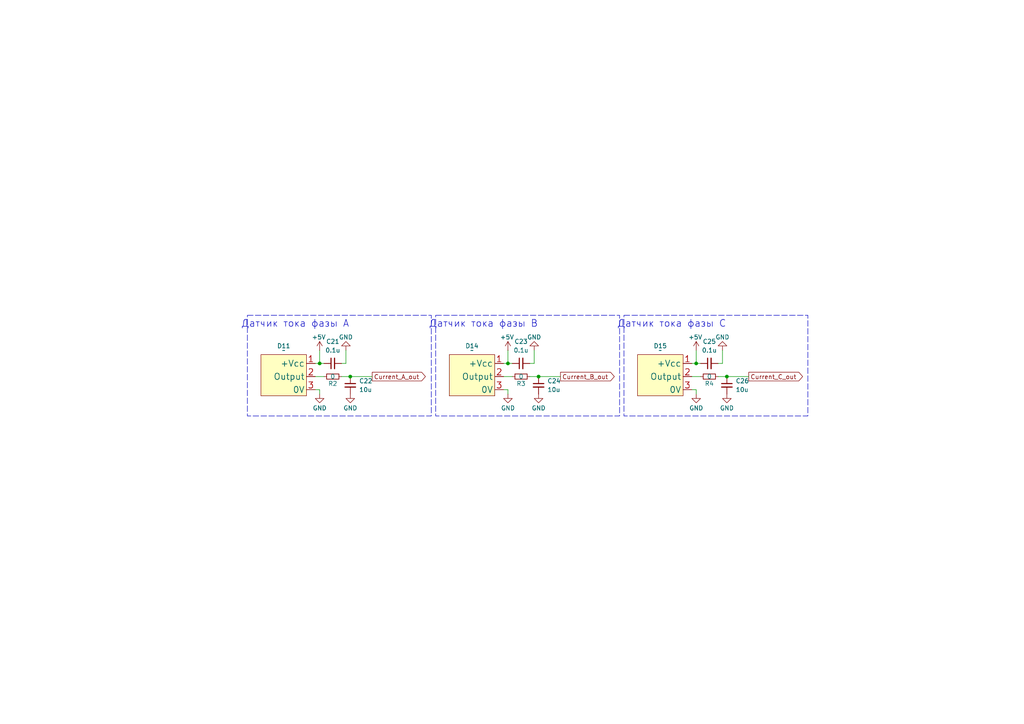
<source format=kicad_sch>
(kicad_sch (version 20231120) (generator "eeschema") (generator_version "8.0")
  (paper "A4")
  (lib_symbols
    (symbol "Device:C_Small" (pin_numbers hide) (pin_names (offset 0.254) hide)
      (property "Reference" "C" (at 0.254 1.778 0))
      (property "Value" "C_Small" (at 0.254 -2.032 0))
      (symbol "C_Small_0_1"
        (polyline (pts (xy -1.524 -0.508) (xy 1.524 -0.508)) (stroke (width 0.3302)))
        (polyline (pts (xy -1.524 0.508) (xy 1.524 0.508)) (stroke (width 0.3048)))
      )
      (symbol "C_Small_1_1"
        (pin passive line (at 0 2.54 270) (length 2.032) (name "~") (number "1"))
        (pin passive line (at 0 -2.54 90) (length 2.032) (name "~") (number "2"))
      )
    )
    (symbol "Device:R_Small" (pin_numbers hide) (pin_names (offset 0.254) hide)
      (property "Reference" "R" (at 0.762 0.508 0))
      (property "Value" "R_Small" (at 0.762 -1.016 0))
      (symbol "R_Small_0_1"
        (rectangle (start -0.762 1.778) (end 0.762 -1.778) (stroke (width 0.2032)))
      )
      (symbol "R_Small_1_1"
        (pin passive line (at 0 2.54 270) (length 0.762) (name "~") (number "1"))
        (pin passive line (at 0 -2.54 90) (length 0.762) (name "~") (number "2"))
      )
    )
    (symbol "GND_1" (power) (pin_names (offset 0))
      (property "Value" "GND" (at 0 -3.81 0))
      (symbol "GND_1_0_1"
        (polyline (pts (xy 0 0) (xy 0 -1.27) (xy 1.27 -1.27) (xy 0 -2.54) (xy -1.27 -1.27) (xy 0 -1.27)))
      )
      (symbol "GND_1_1_1"
        (pin power_in line (at 0 0 270) (length 0) hide (name "GND") (number "1"))
      )
    )
    (symbol "GND_2" (power) (pin_names (offset 0))
      (property "Value" "GND" (at 0 -3.81 0))
      (symbol "GND_2_0_1"
        (polyline (pts (xy 0 0) (xy 0 -1.27) (xy 1.27 -1.27) (xy 0 -2.54) (xy -1.27 -1.27) (xy 0 -1.27)))
      )
      (symbol "GND_2_1_1"
        (pin power_in line (at 0 0 270) (length 0) hide (name "GND") (number "1"))
      )
    )
    (symbol "GND_3" (power) (pin_names (offset 0))
      (property "Value" "GND" (at 0 -3.81 0))
      (symbol "GND_3_0_1"
        (polyline (pts (xy 0 0) (xy 0 -1.27) (xy 1.27 -1.27) (xy 0 -2.54) (xy -1.27 -1.27) (xy 0 -1.27)))
      )
      (symbol "GND_3_1_1"
        (pin power_in line (at 0 0 270) (length 0) hide (name "GND") (number "1"))
      )
    )
    (symbol "GND_4" (power) (pin_names (offset 0))
      (property "Value" "GND" (at 0 -3.81 0))
      (symbol "GND_4_0_1"
        (polyline (pts (xy 0 0) (xy 0 -1.27) (xy 1.27 -1.27) (xy 0 -2.54) (xy -1.27 -1.27) (xy 0 -1.27)))
      )
      (symbol "GND_4_1_1"
        (pin power_in line (at 0 0 270) (length 0) hide (name "GND") (number "1"))
      )
    )
    (symbol "GND_5" (power) (pin_names (offset 0))
      (property "Value" "GND" (at 0 -3.81 0))
      (symbol "GND_5_0_1"
        (polyline (pts (xy 0 0) (xy 0 -1.27) (xy 1.27 -1.27) (xy 0 -2.54) (xy -1.27 -1.27) (xy 0 -1.27)))
      )
      (symbol "GND_5_1_1"
        (pin power_in line (at 0 0 270) (length 0) hide (name "GND") (number "1"))
      )
    )
    (symbol "GND_6" (power) (pin_names (offset 0))
      (property "Value" "GND" (at 0 -3.81 0))
      (symbol "GND_6_0_1"
        (polyline (pts (xy 0 0) (xy 0 -1.27) (xy 1.27 -1.27) (xy 0 -2.54) (xy -1.27 -1.27) (xy 0 -1.27)))
      )
      (symbol "GND_6_1_1"
        (pin power_in line (at 0 0 270) (length 0) hide (name "GND") (number "1"))
      )
    )
    (symbol "GND_7" (power) (pin_names (offset 0))
      (property "Value" "GND" (at 0 -3.81 0))
      (symbol "GND_7_0_1"
        (polyline (pts (xy 0 0) (xy 0 -1.27) (xy 1.27 -1.27) (xy 0 -2.54) (xy -1.27 -1.27) (xy 0 -1.27)))
      )
      (symbol "GND_7_1_1"
        (pin power_in line (at 0 0 270) (length 0) hide (name "GND") (number "1"))
      )
    )
    (symbol "GND_8" (power) (pin_names (offset 0))
      (property "Value" "GND" (at 0 -3.81 0))
      (symbol "GND_8_0_1"
        (polyline (pts (xy 0 0) (xy 0 -1.27) (xy 1.27 -1.27) (xy 0 -2.54) (xy -1.27 -1.27) (xy 0 -1.27)))
      )
      (symbol "GND_8_1_1"
        (pin power_in line (at 0 0 270) (length 0) hide (name "GND") (number "1"))
      )
    )
    (symbol "Sensors_My:YMC15S"
      (property "Reference" "D" (at 0 2.286 0))
      (symbol "YMC15S_1_1"
        (rectangle (start -6.858 0) (end 6.35 -11.938) (fill (type background)))
        (pin input line (at 8.89 -2.54 180) (length 2.54) (name "+Vcc") (number "1"))
        (pin input line (at 8.89 -6.35 180) (length 2.54) (name "Output") (number "2"))
        (pin input line (at 8.89 -10.16 180) (length 2.54) (name "0V") (number "3"))
      )
    )
    (symbol "power:+5V" (power) (pin_numbers hide) (pin_names (offset 0) hide)
      (property "Value" "+5V" (at 0 3.556 0))
      (symbol "+5V_0_1"
        (polyline (pts (xy -0.762 1.27) (xy 0 2.54)))
        (polyline (pts (xy 0 0) (xy 0 2.54)))
        (polyline (pts (xy 0 2.54) (xy 0.762 1.27)))
      )
      (symbol "+5V_1_1"
        (pin power_in line (at 0 0 90) (length 0) (name "~") (number "1"))
      )
    )
    (symbol "power:GND" (power) (pin_names (offset 0))
      (property "Value" "GND" (at 0 -3.81 0))
      (symbol "GND_0_1"
        (polyline (pts (xy 0 0) (xy 0 -1.27) (xy 1.27 -1.27) (xy 0 -2.54) (xy -1.27 -1.27) (xy 0 -1.27)))
      )
      (symbol "GND_1_1"
        (pin power_in line (at 0 0 270) (length 0) hide (name "GND") (number "1"))
      )
    )
  )
  (junction (at 156.21 109.22))
  (junction (at 92.71 105.41))
  (junction (at 101.6 109.22))
  (junction (at 201.93 105.41))
  (junction (at 210.82 109.22))
  (junction (at 147.32 105.41))
  (wire (pts (xy 91.44 105.41) (xy 92.71 105.41)))
  (wire (pts (xy 153.67 109.22) (xy 156.21 109.22)))
  (wire (pts (xy 92.71 105.41) (xy 93.98 105.41)))
  (wire (pts (xy 91.44 113.03) (xy 92.71 113.03)))
  (wire (pts (xy 147.32 105.41) (xy 148.59 105.41)))
  (wire (pts (xy 154.94 105.41) (xy 154.94 101.6)))
  (wire (pts (xy 208.28 105.41) (xy 209.55 105.41)))
  (wire (pts (xy 153.67 105.41) (xy 154.94 105.41)))
  (wire (pts (xy 91.44 109.22) (xy 93.98 109.22)))
  (wire (pts (xy 99.06 105.41) (xy 100.33 105.41)))
  (wire (pts (xy 156.21 109.22) (xy 162.56 109.22)))
  (wire (pts (xy 92.71 113.03) (xy 92.71 114.3)))
  (wire (pts (xy 101.6 109.22) (xy 107.95 109.22)))
  (wire (pts (xy 146.05 113.03) (xy 147.32 113.03)))
  (wire (pts (xy 146.05 105.41) (xy 147.32 105.41)))
  (wire (pts (xy 147.32 113.03) (xy 147.32 114.3)))
  (wire (pts (xy 92.71 101.6) (xy 92.71 105.41)))
  (wire (pts (xy 147.32 101.6) (xy 147.32 105.41)))
  (wire (pts (xy 208.28 109.22) (xy 210.82 109.22)))
  (wire (pts (xy 210.82 109.22) (xy 217.17 109.22)))
  (wire (pts (xy 200.66 109.22) (xy 203.2 109.22)))
  (wire (pts (xy 209.55 105.41) (xy 209.55 101.6)))
  (wire (pts (xy 201.93 113.03) (xy 201.93 114.3)))
  (wire (pts (xy 200.66 113.03) (xy 201.93 113.03)))
  (wire (pts (xy 200.66 105.41) (xy 201.93 105.41)))
  (wire (pts (xy 201.93 105.41) (xy 203.2 105.41)))
  (wire (pts (xy 146.05 109.22) (xy 148.59 109.22)))
  (wire (pts (xy 100.33 105.41) (xy 100.33 101.6)))
  (wire (pts (xy 99.06 109.22) (xy 101.6 109.22)))
  (wire (pts (xy 201.93 101.6) (xy 201.93 105.41)))
  (rectangle (start 71.755 91.44) (end 125.095 120.65) (stroke (width 0) (type dash)))
  (rectangle (start 126.365 91.44) (end 179.705 120.65) (stroke (width 0) (type dash)))
  (rectangle (start 180.975 91.44) (end 234.315 120.65) (stroke (width 0) (type dash)))
  (text "Датчик тока фазы C" (at 194.818 93.98 0) (effects (font (size 2 2))))
  (text "Датчик тока фазы B" (at 140.208 93.98 0) (effects (font (size 2 2))))
  (text "Датчик тока фазы А" (at 85.598 93.98 0) (effects (font (size 2 2))))
  (global_label "Current_B_out" (shape output) (at 162.56 109.22 0) (property "Intersheetrefs" "${INTERSHEET_REFS}" (effects (hide yes))))
  (global_label "Current_A_out" (shape output) (at 107.95 109.22 0) (property "Intersheetrefs" "${INTERSHEET_REFS}" (effects (hide yes))))
  (global_label "Current_C_out" (shape output) (at 217.17 109.22 0) (property "Intersheetrefs" "${INTERSHEET_REFS}" (effects (hide yes))))
  (symbol (lib_id "Device:C_Small") (at 156.21 111.76 0) (unit 1)
    (property "Reference" "C24" (at 158.75 110.4963 0) (effects (justify left)))
    (property "Value" "10u" (at 158.75 113.0363 0) (effects (justify left)))
    (property "Footprint" "Capacitor_SMD:C_0805_2012Metric_Pad1.18x1.45mm_HandSolder" (effects (hide yes)))
    (property "Description" "Unpolarized capacitor, small symbol" (effects (hide yes)))
  )
  (symbol (lib_name "GND_8") (lib_id "power:GND") (at 209.55 101.6 180) (unit 1)
    (property "Reference" "#PWR050" (effects (hide yes)))
    (property "Value" "GND" (at 211.582 97.79 0) (effects (justify left)))
  )
  (symbol (lib_id "Device:C_Small") (at 101.6 111.76 0) (unit 1)
    (property "Reference" "C22" (at 104.14 110.4963 0) (effects (justify left)))
    (property "Value" "10u" (at 104.14 113.0363 0) (effects (justify left)))
    (property "Footprint" "Capacitor_SMD:C_0805_2012Metric_Pad1.18x1.45mm_HandSolder" (effects (hide yes)))
    (property "Description" "Unpolarized capacitor, small symbol" (effects (hide yes)))
  )
  (symbol (lib_id "power:+5V") (at 147.32 101.6 0) (unit 1)
    (property "Reference" "#PWR033" (effects (hide yes)))
    (property "Value" "+5V" (at 147.066 97.79 0))
    (property "Description" "Power symbol creates a global label with name \"+5V\"" (effects (hide yes)))
  )
  (symbol (lib_id "power:GND") (at 201.93 114.3 0) (unit 1)
    (property "Reference" "#PWR051" (effects (hide yes)))
    (property "Value" "GND" (at 199.898 118.364 0) (effects (justify left)))
  )
  (symbol (lib_id "power:+5V") (at 92.71 101.6 0) (unit 1)
    (property "Reference" "#PWR031" (effects (hide yes)))
    (property "Value" "+5V" (at 92.456 97.79 0))
    (property "Description" "Power symbol creates a global label with name \"+5V\"" (effects (hide yes)))
  )
  (symbol (lib_id "Sensors_My:YMC15S") (at 82.55 102.87 0) (unit 1)
    (property "Reference" "D11" (at 82.296 100.33 0))
    (property "Value" "~" (at 82.296 101.6 0))
    (property "Footprint" "Sensors_My:YMC15S-500A" (effects (hide yes)))
  )
  (symbol (lib_id "Device:C_Small") (at 151.13 105.41 90) (unit 1)
    (property "Reference" "C23" (at 151.1363 99.06 90))
    (property "Value" "0.1u" (at 151.1363 101.6 90))
    (property "Footprint" "Capacitor_SMD:C_0805_2012Metric_Pad1.18x1.45mm_HandSolder" (effects (hide yes)))
    (property "Description" "Unpolarized capacitor, small symbol" (effects (hide yes)))
  )
  (symbol (lib_id "Device:C_Small") (at 205.74 105.41 90) (unit 1)
    (property "Reference" "C25" (at 205.7463 99.06 90))
    (property "Value" "0.1u" (at 205.7463 101.6 90))
    (property "Footprint" "Capacitor_SMD:C_0805_2012Metric_Pad1.18x1.45mm_HandSolder" (effects (hide yes)))
    (property "Description" "Unpolarized capacitor, small symbol" (effects (hide yes)))
  )
  (symbol (lib_id "power:+5V") (at 201.93 101.6 0) (unit 1)
    (property "Reference" "#PWR049" (effects (hide yes)))
    (property "Value" "+5V" (at 201.676 97.79 0))
    (property "Description" "Power symbol creates a global label with name \"+5V\"" (effects (hide yes)))
  )
  (symbol (lib_name "GND_7") (lib_id "power:GND") (at 210.82 114.3 0) (unit 1)
    (property "Reference" "#PWR052" (effects (hide yes)))
    (property "Value" "GND" (at 208.788 118.364 0) (effects (justify left)))
  )
  (symbol (lib_id "Device:R_Small") (at 205.74 109.22 90) (unit 1)
    (property "Reference" "R4" (at 205.74 111.252 90))
    (property "Value" "0" (at 205.74 109.22 90))
    (property "Footprint" "Resistor_SMD:R_0805_2012Metric_Pad1.20x1.40mm_HandSolder" (effects (hide yes)))
    (property "Description" "Resistor, small symbol" (effects (hide yes)))
  )
  (symbol (lib_name "GND_3") (lib_id "power:GND") (at 100.33 101.6 180) (unit 1)
    (property "Reference" "#PWR032" (effects (hide yes)))
    (property "Value" "GND" (at 102.362 97.79 0) (effects (justify left)))
  )
  (symbol (lib_name "GND_2") (lib_id "power:GND") (at 154.94 101.6 180) (unit 1)
    (property "Reference" "#PWR034" (effects (hide yes)))
    (property "Value" "GND" (at 156.972 97.79 0) (effects (justify left)))
  )
  (symbol (lib_name "GND_6") (lib_id "power:GND") (at 92.71 114.3 0) (unit 1)
    (property "Reference" "#PWR029" (effects (hide yes)))
    (property "Value" "GND" (at 90.678 118.364 0) (effects (justify left)))
  )
  (symbol (lib_name "GND_1") (lib_id "power:GND") (at 101.6 114.3 0) (unit 1)
    (property "Reference" "#PWR030" (effects (hide yes)))
    (property "Value" "GND" (at 99.568 118.364 0) (effects (justify left)))
  )
  (symbol (lib_id "Device:C_Small") (at 210.82 111.76 0) (unit 1)
    (property "Reference" "C26" (at 213.36 110.4963 0) (effects (justify left)))
    (property "Value" "10u" (at 213.36 113.0363 0) (effects (justify left)))
    (property "Footprint" "Capacitor_SMD:C_0805_2012Metric_Pad1.18x1.45mm_HandSolder" (effects (hide yes)))
    (property "Description" "Unpolarized capacitor, small symbol" (effects (hide yes)))
  )
  (symbol (lib_id "Device:R_Small") (at 151.13 109.22 90) (unit 1)
    (property "Reference" "R3" (at 151.13 111.252 90))
    (property "Value" "0" (at 151.13 109.22 90))
    (property "Footprint" "Resistor_SMD:R_0805_2012Metric_Pad1.20x1.40mm_HandSolder" (effects (hide yes)))
    (property "Description" "Resistor, small symbol" (effects (hide yes)))
  )
  (symbol (lib_id "Sensors_My:YMC15S") (at 137.16 102.87 0) (unit 1)
    (property "Reference" "D14" (at 136.906 100.33 0))
    (property "Value" "~" (at 136.906 101.6 0))
    (property "Footprint" "Sensors_My:YMC15S-500A" (effects (hide yes)))
  )
  (symbol (lib_name "GND_4") (lib_id "power:GND") (at 156.21 114.3 0) (unit 1)
    (property "Reference" "#PWR048" (effects (hide yes)))
    (property "Value" "GND" (at 154.178 118.364 0) (effects (justify left)))
  )
  (symbol (lib_name "GND_5") (lib_id "power:GND") (at 147.32 114.3 0) (unit 1)
    (property "Reference" "#PWR035" (effects (hide yes)))
    (property "Value" "GND" (at 145.288 118.364 0) (effects (justify left)))
  )
  (symbol (lib_id "Device:R_Small") (at 96.52 109.22 90) (unit 1)
    (property "Reference" "R2" (at 96.52 111.252 90))
    (property "Value" "0" (at 96.52 109.22 90))
    (property "Footprint" "Resistor_SMD:R_0805_2012Metric_Pad1.20x1.40mm_HandSolder" (effects (hide yes)))
    (property "Description" "Resistor, small symbol" (effects (hide yes)))
  )
  (symbol (lib_id "Device:C_Small") (at 96.52 105.41 90) (unit 1)
    (property "Reference" "C21" (at 96.5263 99.06 90))
    (property "Value" "0.1u" (at 96.5263 101.6 90))
    (property "Footprint" "Capacitor_SMD:C_0805_2012Metric_Pad1.18x1.45mm_HandSolder" (effects (hide yes)))
    (property "Description" "Unpolarized capacitor, small symbol" (effects (hide yes)))
  )
  (symbol (lib_id "Sensors_My:YMC15S") (at 191.77 102.87 0) (unit 1)
    (property "Reference" "D15" (at 191.516 100.33 0))
    (property "Value" "~" (at 191.516 101.6 0))
    (property "Footprint" "Sensors_My:YMC15S-500A" (effects (hide yes)))
  )
)
</source>
